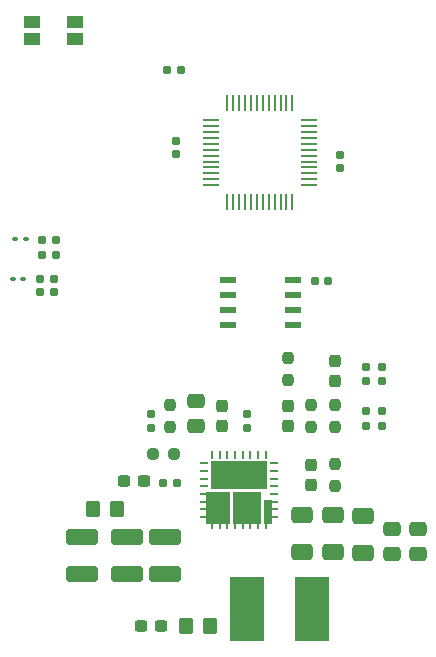
<source format=gbr>
%TF.GenerationSoftware,KiCad,Pcbnew,7.0.6*%
%TF.CreationDate,2023-09-15T11:23:23-07:00*%
%TF.ProjectId,dmxRx,646d7852-782e-46b6-9963-61645f706362,rev?*%
%TF.SameCoordinates,Original*%
%TF.FileFunction,Paste,Top*%
%TF.FilePolarity,Positive*%
%FSLAX46Y46*%
G04 Gerber Fmt 4.6, Leading zero omitted, Abs format (unit mm)*
G04 Created by KiCad (PCBNEW 7.0.6) date 2023-09-15 11:23:23*
%MOMM*%
%LPD*%
G01*
G04 APERTURE LIST*
G04 Aperture macros list*
%AMRoundRect*
0 Rectangle with rounded corners*
0 $1 Rounding radius*
0 $2 $3 $4 $5 $6 $7 $8 $9 X,Y pos of 4 corners*
0 Add a 4 corners polygon primitive as box body*
4,1,4,$2,$3,$4,$5,$6,$7,$8,$9,$2,$3,0*
0 Add four circle primitives for the rounded corners*
1,1,$1+$1,$2,$3*
1,1,$1+$1,$4,$5*
1,1,$1+$1,$6,$7*
1,1,$1+$1,$8,$9*
0 Add four rect primitives between the rounded corners*
20,1,$1+$1,$2,$3,$4,$5,0*
20,1,$1+$1,$4,$5,$6,$7,0*
20,1,$1+$1,$6,$7,$8,$9,0*
20,1,$1+$1,$8,$9,$2,$3,0*%
G04 Aperture macros list end*
%ADD10RoundRect,0.160000X-0.197500X-0.160000X0.197500X-0.160000X0.197500X0.160000X-0.197500X0.160000X0*%
%ADD11RoundRect,0.160000X-0.160000X0.197500X-0.160000X-0.197500X0.160000X-0.197500X0.160000X0.197500X0*%
%ADD12RoundRect,0.250000X0.650000X-0.412500X0.650000X0.412500X-0.650000X0.412500X-0.650000X-0.412500X0*%
%ADD13RoundRect,0.237500X0.237500X-0.300000X0.237500X0.300000X-0.237500X0.300000X-0.237500X-0.300000X0*%
%ADD14RoundRect,0.155000X0.155000X-0.212500X0.155000X0.212500X-0.155000X0.212500X-0.155000X-0.212500X0*%
%ADD15RoundRect,0.090000X-0.139000X-0.090000X0.139000X-0.090000X0.139000X0.090000X-0.139000X0.090000X0*%
%ADD16RoundRect,0.160000X0.160000X-0.197500X0.160000X0.197500X-0.160000X0.197500X-0.160000X-0.197500X0*%
%ADD17RoundRect,0.250000X0.475000X-0.337500X0.475000X0.337500X-0.475000X0.337500X-0.475000X-0.337500X0*%
%ADD18RoundRect,0.160000X0.197500X0.160000X-0.197500X0.160000X-0.197500X-0.160000X0.197500X-0.160000X0*%
%ADD19R,1.400000X1.050000*%
%ADD20RoundRect,0.155000X0.212500X0.155000X-0.212500X0.155000X-0.212500X-0.155000X0.212500X-0.155000X0*%
%ADD21RoundRect,0.237500X-0.237500X0.250000X-0.237500X-0.250000X0.237500X-0.250000X0.237500X0.250000X0*%
%ADD22RoundRect,0.250000X-0.350000X-0.450000X0.350000X-0.450000X0.350000X0.450000X-0.350000X0.450000X0*%
%ADD23RoundRect,0.250000X-1.100000X0.412500X-1.100000X-0.412500X1.100000X-0.412500X1.100000X0.412500X0*%
%ADD24R,1.460500X0.558800*%
%ADD25RoundRect,0.237500X0.300000X0.237500X-0.300000X0.237500X-0.300000X-0.237500X0.300000X-0.237500X0*%
%ADD26R,1.346200X0.279400*%
%ADD27R,0.279400X1.346200*%
%ADD28R,0.711200X0.254000*%
%ADD29R,0.254000X0.711200*%
%ADD30R,4.851400X2.362200*%
%ADD31R,2.133600X2.692400*%
%ADD32R,2.387600X2.692400*%
%ADD33R,0.762000X2.032000*%
%ADD34RoundRect,0.155000X-0.155000X0.212500X-0.155000X-0.212500X0.155000X-0.212500X0.155000X0.212500X0*%
%ADD35R,2.930000X5.500000*%
%ADD36RoundRect,0.237500X-0.250000X-0.237500X0.250000X-0.237500X0.250000X0.237500X-0.250000X0.237500X0*%
G04 APERTURE END LIST*
D10*
%TO.C,R17*%
X159772500Y-99280000D03*
X160967500Y-99280000D03*
%TD*%
D11*
%TO.C,R8*%
X177200000Y-114002500D03*
X177200000Y-115197500D03*
%TD*%
D12*
%TO.C,C11*%
X187021399Y-125741101D03*
X187021399Y-122616101D03*
%TD*%
D13*
%TO.C,C10*%
X184621399Y-111241101D03*
X184621399Y-109516101D03*
%TD*%
D14*
%TO.C,C18*%
X185070000Y-93167500D03*
X185070000Y-92032500D03*
%TD*%
D15*
%TO.C,D1*%
X157557500Y-99200000D03*
X158422500Y-99200000D03*
%TD*%
D16*
%TO.C,R1*%
X187221399Y-111176101D03*
X187221399Y-109981101D03*
%TD*%
D17*
%TO.C,C3*%
X172821399Y-115016101D03*
X172821399Y-112941101D03*
%TD*%
D18*
%TO.C,R20*%
X160827500Y-103700000D03*
X159632500Y-103700000D03*
%TD*%
D10*
%TO.C,R19*%
X159632500Y-102600000D03*
X160827500Y-102600000D03*
%TD*%
%TO.C,R16*%
X170402500Y-84870000D03*
X171597500Y-84870000D03*
%TD*%
D11*
%TO.C,R4*%
X188621399Y-113783601D03*
X188621399Y-114978601D03*
%TD*%
D19*
%TO.C,SW2*%
X159000000Y-80775000D03*
X162600000Y-80775000D03*
X159000000Y-82225000D03*
X162600000Y-82225000D03*
%TD*%
D15*
%TO.C,D2*%
X157367500Y-102600000D03*
X158232500Y-102600000D03*
%TD*%
D20*
%TO.C,C19*%
X184067500Y-102700000D03*
X182932500Y-102700000D03*
%TD*%
D21*
%TO.C,R13*%
X184621399Y-118266101D03*
X184621399Y-120091101D03*
%TD*%
D22*
%TO.C,R14*%
X172021399Y-131978601D03*
X174021399Y-131978601D03*
%TD*%
D23*
%TO.C,C8*%
X167021399Y-124416101D03*
X167021399Y-127541101D03*
%TD*%
D24*
%TO.C,U3*%
X175575850Y-102695000D03*
X175575850Y-103965000D03*
X175575850Y-105235000D03*
X175575850Y-106505000D03*
X181024150Y-106505000D03*
X181024150Y-105235000D03*
X181024150Y-103965000D03*
X181024150Y-102695000D03*
%TD*%
D25*
%TO.C,C16*%
X169883899Y-131978601D03*
X168158899Y-131978601D03*
%TD*%
D12*
%TO.C,C12*%
X184421399Y-125703601D03*
X184421399Y-122578601D03*
%TD*%
D17*
%TO.C,C14*%
X189421399Y-125816101D03*
X189421399Y-123741101D03*
%TD*%
D21*
%TO.C,R7*%
X170621399Y-113266101D03*
X170621399Y-115091101D03*
%TD*%
%TO.C,R15*%
X184621399Y-113266101D03*
X184621399Y-115091101D03*
%TD*%
D25*
%TO.C,C4*%
X168483899Y-119653600D03*
X166758899Y-119653600D03*
%TD*%
D13*
%TO.C,C1*%
X175021399Y-115041101D03*
X175021399Y-113316101D03*
%TD*%
D21*
%TO.C,R9*%
X180621399Y-109266101D03*
X180621399Y-111091101D03*
%TD*%
D26*
%TO.C,U1*%
X174081700Y-89130000D03*
X174081700Y-89629999D03*
X174081700Y-90130001D03*
X174081700Y-90630000D03*
X174081700Y-91129999D03*
X174081700Y-91630000D03*
X174081700Y-92130000D03*
X174081700Y-92630001D03*
X174081700Y-93130000D03*
X174081700Y-93629999D03*
X174081700Y-94130001D03*
X174081700Y-94630000D03*
D27*
X175510000Y-96058300D03*
X176009999Y-96058300D03*
X176510001Y-96058300D03*
X177010000Y-96058300D03*
X177509999Y-96058300D03*
X178010000Y-96058300D03*
X178510000Y-96058300D03*
X179010001Y-96058300D03*
X179510000Y-96058300D03*
X180009999Y-96058300D03*
X180510001Y-96058300D03*
X181010000Y-96058300D03*
D26*
X182438300Y-94630000D03*
X182438300Y-94130001D03*
X182438300Y-93629999D03*
X182438300Y-93130000D03*
X182438300Y-92630001D03*
X182438300Y-92130000D03*
X182438300Y-91630000D03*
X182438300Y-91129999D03*
X182438300Y-90630000D03*
X182438300Y-90130001D03*
X182438300Y-89629999D03*
X182438300Y-89130000D03*
D27*
X181010000Y-87701700D03*
X180510001Y-87701700D03*
X180009999Y-87701700D03*
X179510000Y-87701700D03*
X179010001Y-87701700D03*
X178510000Y-87701700D03*
X178010000Y-87701700D03*
X177509999Y-87701700D03*
X177010000Y-87701700D03*
X176510001Y-87701700D03*
X176009999Y-87701700D03*
X175510000Y-87701700D03*
%TD*%
D28*
%TO.C,U2*%
X173528599Y-118178601D03*
X173528599Y-118828599D03*
X173528599Y-119478601D03*
X173528599Y-120128599D03*
X173528599Y-120778601D03*
X173528599Y-121428599D03*
X173528599Y-122078601D03*
X173528599Y-122728599D03*
D29*
X174200000Y-123400000D03*
X174849998Y-123400000D03*
X175500000Y-123400000D03*
X176149998Y-123400000D03*
X176800000Y-123400000D03*
X177449998Y-123400000D03*
X178100000Y-123400000D03*
X178749998Y-123400000D03*
D28*
X179421399Y-122728599D03*
X179421399Y-122078601D03*
X179421399Y-121428599D03*
X179421399Y-120778601D03*
X179421399Y-120128599D03*
X179421399Y-119478601D03*
X179421399Y-118828599D03*
X179421399Y-118178601D03*
D29*
X178749998Y-117507200D03*
X178100000Y-117507200D03*
X177449998Y-117507200D03*
X176800000Y-117507200D03*
X176149998Y-117507200D03*
X175500000Y-117507200D03*
X174849998Y-117507200D03*
X174200000Y-117507200D03*
D30*
X176474999Y-119208600D03*
D31*
X174694999Y-121948600D03*
D32*
X177169999Y-121948600D03*
D33*
X178949999Y-122273600D03*
%TD*%
D34*
%TO.C,C17*%
X171140000Y-90882500D03*
X171140000Y-92017500D03*
%TD*%
D16*
%TO.C,R5*%
X169021399Y-115176101D03*
X169021399Y-113981101D03*
%TD*%
D11*
%TO.C,R3*%
X188621399Y-109981101D03*
X188621399Y-111176101D03*
%TD*%
D23*
%TO.C,C9*%
X170221399Y-124416101D03*
X170221399Y-127541101D03*
%TD*%
%TO.C,C6*%
X163221399Y-124416101D03*
X163221399Y-127541101D03*
%TD*%
D13*
%TO.C,C2*%
X180621399Y-115041101D03*
X180621399Y-113316101D03*
%TD*%
D17*
%TO.C,C15*%
X191621399Y-125816101D03*
X191621399Y-123741101D03*
%TD*%
D13*
%TO.C,C5*%
X182621399Y-120041101D03*
X182621399Y-118316101D03*
%TD*%
D35*
%TO.C,L1*%
X177130000Y-130500000D03*
X182670000Y-130500000D03*
%TD*%
D10*
%TO.C,R12*%
X170023899Y-119853600D03*
X171218899Y-119853600D03*
%TD*%
D22*
%TO.C,FB1*%
X164167799Y-122053600D03*
X166167799Y-122053600D03*
%TD*%
D36*
%TO.C,R10*%
X169196399Y-117378601D03*
X171021399Y-117378601D03*
%TD*%
D11*
%TO.C,R2*%
X187221399Y-113781101D03*
X187221399Y-114976101D03*
%TD*%
D12*
%TO.C,C13*%
X181821399Y-125703601D03*
X181821399Y-122578601D03*
%TD*%
D21*
%TO.C,R6*%
X182621399Y-113266101D03*
X182621399Y-115091101D03*
%TD*%
D18*
%TO.C,R18*%
X160977500Y-100510000D03*
X159782500Y-100510000D03*
%TD*%
M02*

</source>
